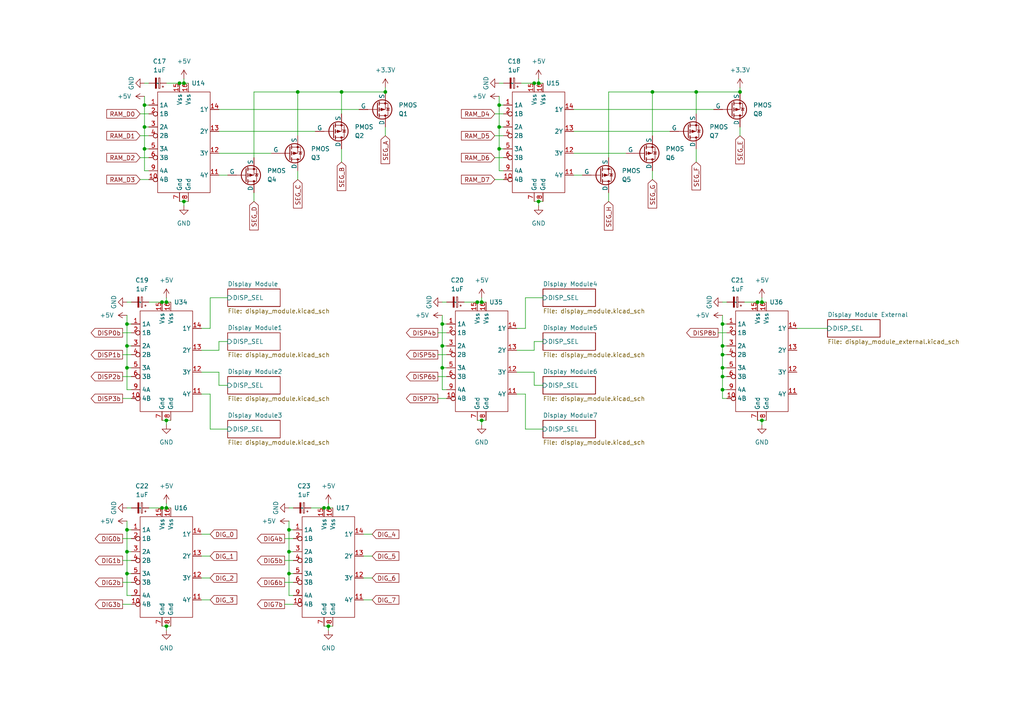
<source format=kicad_sch>
(kicad_sch (version 20231120) (generator "eeschema") (generator_version "8.0")
  (paper "A4")
  (lib_symbols
    (symbol "Custom_Library:MIC4469"
      (property "Reference" "U" (at 0 0 0))
      (symbol "MIC4469_0_1"
        (rectangle (start 0 -2.54) (end 15.24 -31.75))
      )
      (symbol "MIC4469_1_1"
        (pin input line (at -2.54 -6.35 0) (length 2.54) (name "1A") (number "1"))
        (pin input inverted (at -2.54 -27.94 0) (length 2.54) (name "4B") (number "10"))
        (pin output line (at 17.78 -26.67 180) (length 2.54) (name "4Y") (number "11"))
        (pin output line (at 17.78 -20.32 180) (length 2.54) (name "3Y") (number "12"))
        (pin output line (at 17.78 -13.97 180) (length 2.54) (name "2Y") (number "13"))
        (pin output line (at 17.78 -7.62 180) (length 2.54) (name "1Y") (number "14"))
        (pin power_in line (at 6.35 0 270) (length 2.54) (name "Vss") (number "15"))
        (pin power_in line (at 8.89 0 270) (length 2.54) (name "Vss") (number "16"))
        (pin input inverted (at -2.54 -8.89 0) (length 2.54) (name "1B") (number "2"))
        (pin input line (at -2.54 -12.7 0) (length 2.54) (name "2A") (number "3"))
        (pin input inverted (at -2.54 -15.24 0) (length 2.54) (name "2B") (number "4"))
        (pin input line (at -2.54 -19.05 0) (length 2.54) (name "3A") (number "5"))
        (pin input inverted (at -2.54 -21.59 0) (length 2.54) (name "3B") (number "6"))
        (pin power_in line (at 6.35 -34.29 90) (length 2.54) (name "Gnd") (number "7"))
        (pin power_in line (at 8.89 -34.29 90) (length 2.54) (name "Gnd") (number "8"))
        (pin input line (at -2.54 -25.4 0) (length 2.54) (name "4A") (number "9"))
      )
    )
    (symbol "Device:C_Polarized_Small" (pin_numbers hide) (pin_names (offset 0.254) hide)
      (property "Reference" "C" (at 0.254 1.778 0))
      (property "Value" "C_Polarized_Small" (at 0.254 -2.032 0))
      (symbol "C_Polarized_Small_0_1"
        (rectangle (start -1.524 -0.3048) (end 1.524 -0.6858) (fill (type outline)))
        (rectangle (start -1.524 0.6858) (end 1.524 0.3048))
        (polyline (pts (xy -1.27 1.524) (xy -0.762 1.524)))
        (polyline (pts (xy -1.016 1.27) (xy -1.016 1.778)))
      )
      (symbol "C_Polarized_Small_1_1"
        (pin passive line (at 0 2.54 270) (length 1.8542) (name "~") (number "1"))
        (pin passive line (at 0 -2.54 90) (length 1.8542) (name "~") (number "2"))
      )
    )
    (symbol "MIC4469_1"
      (property "Reference" "U" (at 0 0 0))
      (symbol "MIC4469_1_0_1"
        (rectangle (start 0 -2.54) (end 15.24 -31.75))
      )
      (symbol "MIC4469_1_1_1"
        (pin input line (at -2.54 -6.35 0) (length 2.54) (name "1A") (number "1"))
        (pin input inverted (at -2.54 -27.94 0) (length 2.54) (name "4B") (number "10"))
        (pin output line (at 17.78 -26.67 180) (length 2.54) (name "4Y") (number "11"))
        (pin output line (at 17.78 -20.32 180) (length 2.54) (name "3Y") (number "12"))
        (pin output line (at 17.78 -13.97 180) (length 2.54) (name "2Y") (number "13"))
        (pin output line (at 17.78 -7.62 180) (length 2.54) (name "1Y") (number "14"))
        (pin power_in line (at 6.35 0 270) (length 2.54) (name "Vss") (number "15"))
        (pin power_in line (at 8.89 0 270) (length 2.54) (name "Vss") (number "16"))
        (pin input inverted (at -2.54 -8.89 0) (length 2.54) (name "1B") (number "2"))
        (pin input line (at -2.54 -12.7 0) (length 2.54) (name "2A") (number "3"))
        (pin input inverted (at -2.54 -15.24 0) (length 2.54) (name "2B") (number "4"))
        (pin input line (at -2.54 -19.05 0) (length 2.54) (name "3A") (number "5"))
        (pin input inverted (at -2.54 -21.59 0) (length 2.54) (name "3B") (number "6"))
        (pin power_in line (at 6.35 -34.29 90) (length 2.54) (name "Gnd") (number "7"))
        (pin power_in line (at 8.89 -34.29 90) (length 2.54) (name "Gnd") (number "8"))
        (pin input line (at -2.54 -25.4 0) (length 2.54) (name "4A") (number "9"))
      )
    )
    (symbol "Simulation_SPICE:PMOS" (pin_numbers hide) (pin_names (offset 0))
      (property "Reference" "Q" (at 5.08 1.27 0))
      (property "Value" "PMOS" (at 5.08 -1.27 0))
      (symbol "PMOS_0_1"
        (polyline (pts (xy 0.254 0) (xy -2.54 0)))
        (polyline (pts (xy 0.254 1.905) (xy 0.254 -1.905)) (stroke (width 0.254)))
        (polyline (pts (xy 0.762 -1.27) (xy 0.762 -2.286)) (stroke (width 0.254)))
        (polyline (pts (xy 0.762 0.508) (xy 0.762 -0.508)) (stroke (width 0.254)))
        (polyline (pts (xy 0.762 2.286) (xy 0.762 1.27)) (stroke (width 0.254)))
        (polyline (pts (xy 2.54 2.54) (xy 2.54 1.778)))
        (polyline (pts (xy 2.54 -2.54) (xy 2.54 0) (xy 0.762 0)))
        (polyline (pts (xy 0.762 1.778) (xy 3.302 1.778) (xy 3.302 -1.778) (xy 0.762 -1.778)))
        (polyline (pts (xy 2.286 0) (xy 1.27 0.381) (xy 1.27 -0.381) (xy 2.286 0)) (fill (type outline)))
        (polyline (pts (xy 2.794 -0.508) (xy 2.921 -0.381) (xy 3.683 -0.381) (xy 3.81 -0.254)))
        (polyline (pts (xy 3.302 -0.381) (xy 2.921 0.254) (xy 3.683 0.254) (xy 3.302 -0.381)))
        (circle (center 1.651 0) (radius 2.794) (stroke (width 0.254)))
        (circle (center 2.54 -1.778) (radius 0.254) (fill (type outline)))
        (circle (center 2.54 1.778) (radius 0.254) (fill (type outline)))
      )
      (symbol "PMOS_1_1"
        (pin passive line (at 2.54 5.08 270) (length 2.54) (name "D") (number "1"))
        (pin input line (at -5.08 0 0) (length 2.54) (name "G") (number "2"))
        (pin passive line (at 2.54 -5.08 90) (length 2.54) (name "S") (number "3"))
      )
    )
    (symbol "power:+3.3V" (power) (pin_names (offset 0))
      (property "Value" "+3.3V" (at 0 3.556 0))
      (symbol "+3.3V_0_1"
        (polyline (pts (xy -0.762 1.27) (xy 0 2.54)))
        (polyline (pts (xy 0 0) (xy 0 2.54)))
        (polyline (pts (xy 0 2.54) (xy 0.762 1.27)))
      )
      (symbol "+3.3V_1_1"
        (pin power_in line (at 0 0 90) (length 0) hide (name "+3.3V") (number "1"))
      )
    )
    (symbol "power:+5V" (power) (pin_names (offset 0))
      (property "Value" "+5V" (at 0 3.556 0))
      (symbol "+5V_0_1"
        (polyline (pts (xy -0.762 1.27) (xy 0 2.54)))
        (polyline (pts (xy 0 0) (xy 0 2.54)))
        (polyline (pts (xy 0 2.54) (xy 0.762 1.27)))
      )
      (symbol "+5V_1_1"
        (pin power_in line (at 0 0 90) (length 0) hide (name "+5V") (number "1"))
      )
    )
    (symbol "power:GND" (power) (pin_names (offset 0))
      (property "Value" "GND" (at 0 -3.81 0))
      (symbol "GND_0_1"
        (polyline (pts (xy 0 0) (xy 0 -1.27) (xy 1.27 -1.27) (xy 0 -2.54) (xy -1.27 -1.27) (xy 0 -1.27)))
      )
      (symbol "GND_1_1"
        (pin power_in line (at 0 0 270) (length 0) hide (name "GND") (number "1"))
      )
    )
  )
  (junction (at 154.94 24.13))
  (junction (at 156.21 24.13))
  (junction (at 36.83 166.37))
  (junction (at 41.91 43.18))
  (junction (at 128.27 100.33))
  (junction (at 86.36 26.67))
  (junction (at 99.06 26.67))
  (junction (at 111.76 26.67))
  (junction (at 144.78 36.83))
  (junction (at 48.26 181.61))
  (junction (at 36.83 106.68))
  (junction (at 48.26 121.92))
  (junction (at 83.82 160.02))
  (junction (at 36.83 100.33))
  (junction (at 53.34 24.13))
  (junction (at 209.55 100.33))
  (junction (at 209.55 113.03))
  (junction (at 93.98 147.32))
  (junction (at 46.99 87.63))
  (junction (at 46.99 147.32))
  (junction (at 128.27 93.98))
  (junction (at 144.78 30.48))
  (junction (at 209.55 93.98))
  (junction (at 220.98 87.63))
  (junction (at 220.98 121.92))
  (junction (at 128.27 106.68))
  (junction (at 214.63 26.67))
  (junction (at 138.43 87.63))
  (junction (at 219.71 87.63))
  (junction (at 36.83 160.02))
  (junction (at 83.82 166.37))
  (junction (at 95.25 181.61))
  (junction (at 41.91 36.83))
  (junction (at 201.93 26.67))
  (junction (at 41.91 30.48))
  (junction (at 48.26 147.32))
  (junction (at 209.55 109.22))
  (junction (at 209.55 106.68))
  (junction (at 52.07 24.13))
  (junction (at 36.83 153.67))
  (junction (at 144.78 43.18))
  (junction (at 95.25 147.32))
  (junction (at 139.7 87.63))
  (junction (at 53.34 58.42))
  (junction (at 48.26 87.63))
  (junction (at 156.21 58.42))
  (junction (at 83.82 153.67))
  (junction (at 189.23 26.67))
  (junction (at 36.83 93.98))
  (junction (at 209.55 102.87))
  (junction (at 139.7 121.92))
  (wire (pts (xy 156.21 58.42) (xy 157.48 58.42)))
  (wire (pts (xy 95.25 146.05) (xy 95.25 147.32)))
  (wire (pts (xy 210.82 113.03) (xy 209.55 113.03)))
  (wire (pts (xy 201.93 26.67) (xy 201.93 33.02)))
  (wire (pts (xy 138.43 87.63) (xy 139.7 87.63)))
  (wire (pts (xy 83.82 153.67) (xy 83.82 160.02)))
  (wire (pts (xy 82.55 162.56) (xy 85.09 162.56)))
  (wire (pts (xy 36.83 160.02) (xy 36.83 166.37)))
  (wire (pts (xy 58.42 101.6) (xy 63.5 101.6)))
  (wire (pts (xy 85.09 172.72) (xy 83.82 172.72)))
  (wire (pts (xy 60.96 86.36) (xy 66.04 86.36)))
  (wire (pts (xy 60.96 95.25) (xy 58.42 95.25)))
  (wire (pts (xy 38.1 100.33) (xy 36.83 100.33)))
  (wire (pts (xy 111.76 26.67) (xy 99.06 26.67)))
  (wire (pts (xy 144.78 27.94) (xy 144.78 30.48)))
  (wire (pts (xy 154.94 101.6) (xy 154.94 99.06)))
  (wire (pts (xy 60.96 167.64) (xy 58.42 167.64)))
  (wire (pts (xy 85.09 153.67) (xy 83.82 153.67)))
  (wire (pts (xy 99.06 26.67) (xy 99.06 33.02)))
  (wire (pts (xy 139.7 123.19) (xy 139.7 121.92)))
  (wire (pts (xy 60.96 154.94) (xy 58.42 154.94)))
  (wire (pts (xy 99.06 26.67) (xy 86.36 26.67)))
  (wire (pts (xy 139.7 87.63) (xy 140.97 87.63)))
  (wire (pts (xy 78.74 44.45) (xy 63.5 44.45)))
  (wire (pts (xy 152.4 95.25) (xy 152.4 86.36)))
  (wire (pts (xy 220.98 121.92) (xy 222.25 121.92)))
  (wire (pts (xy 36.83 91.44) (xy 36.83 93.98)))
  (wire (pts (xy 99.06 46.99) (xy 99.06 43.18)))
  (wire (pts (xy 38.1 172.72) (xy 36.83 172.72)))
  (wire (pts (xy 95.25 182.88) (xy 95.25 181.61)))
  (wire (pts (xy 156.21 22.86) (xy 156.21 24.13)))
  (wire (pts (xy 93.98 181.61) (xy 95.25 181.61)))
  (wire (pts (xy 127 109.22) (xy 129.54 109.22)))
  (wire (pts (xy 144.78 49.53) (xy 144.78 43.18)))
  (wire (pts (xy 36.83 100.33) (xy 36.83 106.68)))
  (wire (pts (xy 52.07 58.42) (xy 53.34 58.42)))
  (wire (pts (xy 111.76 39.37) (xy 111.76 36.83)))
  (wire (pts (xy 209.55 106.68) (xy 209.55 109.22)))
  (wire (pts (xy 146.05 30.48) (xy 144.78 30.48)))
  (wire (pts (xy 215.9 87.63) (xy 219.71 87.63)))
  (wire (pts (xy 214.63 26.67) (xy 201.93 26.67)))
  (wire (pts (xy 152.4 114.3) (xy 152.4 124.46)))
  (wire (pts (xy 209.55 87.63) (xy 210.82 87.63)))
  (wire (pts (xy 41.91 36.83) (xy 41.91 43.18)))
  (wire (pts (xy 85.09 160.02) (xy 83.82 160.02)))
  (wire (pts (xy 209.55 91.44) (xy 209.55 93.98)))
  (wire (pts (xy 128.27 100.33) (xy 128.27 106.68)))
  (wire (pts (xy 111.76 25.4) (xy 111.76 26.67)))
  (wire (pts (xy 73.66 58.42) (xy 73.66 55.88)))
  (wire (pts (xy 127 96.52) (xy 129.54 96.52)))
  (wire (pts (xy 63.5 111.76) (xy 66.04 111.76)))
  (wire (pts (xy 139.7 86.36) (xy 139.7 87.63)))
  (wire (pts (xy 63.5 99.06) (xy 66.04 99.06)))
  (wire (pts (xy 36.83 106.68) (xy 36.83 113.03)))
  (wire (pts (xy 107.95 154.94) (xy 105.41 154.94)))
  (wire (pts (xy 210.82 100.33) (xy 209.55 100.33)))
  (wire (pts (xy 43.18 87.63) (xy 46.99 87.63)))
  (wire (pts (xy 46.99 181.61) (xy 48.26 181.61)))
  (wire (pts (xy 82.55 168.91) (xy 85.09 168.91)))
  (wire (pts (xy 58.42 173.99) (xy 60.96 173.99)))
  (wire (pts (xy 90.17 147.32) (xy 93.98 147.32)))
  (wire (pts (xy 85.09 166.37) (xy 83.82 166.37)))
  (wire (pts (xy 36.83 153.67) (xy 36.83 160.02)))
  (wire (pts (xy 41.91 30.48) (xy 41.91 36.83)))
  (wire (pts (xy 91.44 38.1) (xy 63.5 38.1)))
  (wire (pts (xy 127 115.57) (xy 129.54 115.57)))
  (wire (pts (xy 152.4 124.46) (xy 157.48 124.46)))
  (wire (pts (xy 36.83 166.37) (xy 36.83 172.72)))
  (wire (pts (xy 58.42 107.95) (xy 63.5 107.95)))
  (wire (pts (xy 128.27 93.98) (xy 128.27 100.33)))
  (wire (pts (xy 208.28 96.52) (xy 210.82 96.52)))
  (wire (pts (xy 66.04 50.8) (xy 63.5 50.8)))
  (wire (pts (xy 104.14 31.75) (xy 63.5 31.75)))
  (wire (pts (xy 83.82 147.32) (xy 85.09 147.32)))
  (wire (pts (xy 83.82 166.37) (xy 83.82 172.72)))
  (wire (pts (xy 93.98 147.32) (xy 95.25 147.32)))
  (wire (pts (xy 86.36 26.67) (xy 86.36 39.37)))
  (wire (pts (xy 176.53 26.67) (xy 189.23 26.67)))
  (wire (pts (xy 35.56 96.52) (xy 38.1 96.52)))
  (wire (pts (xy 60.96 161.29) (xy 58.42 161.29)))
  (wire (pts (xy 152.4 95.25) (xy 149.86 95.25)))
  (wire (pts (xy 46.99 121.92) (xy 48.26 121.92)))
  (wire (pts (xy 129.54 100.33) (xy 128.27 100.33)))
  (wire (pts (xy 176.53 45.72) (xy 176.53 26.67)))
  (wire (pts (xy 210.82 93.98) (xy 209.55 93.98)))
  (wire (pts (xy 176.53 58.42) (xy 176.53 55.88)))
  (wire (pts (xy 48.26 86.36) (xy 48.26 87.63)))
  (wire (pts (xy 38.1 106.68) (xy 36.83 106.68)))
  (wire (pts (xy 107.95 173.99) (xy 105.41 173.99)))
  (wire (pts (xy 95.25 181.61) (xy 96.52 181.61)))
  (wire (pts (xy 63.5 107.95) (xy 63.5 111.76)))
  (wire (pts (xy 144.78 36.83) (xy 144.78 30.48)))
  (wire (pts (xy 35.56 168.91) (xy 38.1 168.91)))
  (wire (pts (xy 220.98 87.63) (xy 222.25 87.63)))
  (wire (pts (xy 43.18 36.83) (xy 41.91 36.83)))
  (wire (pts (xy 73.66 45.72) (xy 73.66 26.67)))
  (wire (pts (xy 152.4 114.3) (xy 149.86 114.3)))
  (wire (pts (xy 210.82 106.68) (xy 209.55 106.68)))
  (wire (pts (xy 48.26 182.88) (xy 48.26 181.61)))
  (wire (pts (xy 35.56 162.56) (xy 38.1 162.56)))
  (wire (pts (xy 219.71 87.63) (xy 220.98 87.63)))
  (wire (pts (xy 152.4 86.36) (xy 157.48 86.36)))
  (wire (pts (xy 209.55 102.87) (xy 210.82 102.87)))
  (wire (pts (xy 46.99 87.63) (xy 48.26 87.63)))
  (wire (pts (xy 181.61 44.45) (xy 166.37 44.45)))
  (wire (pts (xy 53.34 59.69) (xy 53.34 58.42)))
  (wire (pts (xy 38.1 160.02) (xy 36.83 160.02)))
  (wire (pts (xy 82.55 156.21) (xy 85.09 156.21)))
  (wire (pts (xy 154.94 99.06) (xy 157.48 99.06)))
  (wire (pts (xy 38.1 166.37) (xy 36.83 166.37)))
  (wire (pts (xy 143.51 39.37) (xy 146.05 39.37)))
  (wire (pts (xy 43.18 147.32) (xy 46.99 147.32)))
  (wire (pts (xy 41.91 43.18) (xy 41.91 49.53)))
  (wire (pts (xy 48.26 24.13) (xy 52.07 24.13)))
  (wire (pts (xy 35.56 115.57) (xy 38.1 115.57)))
  (wire (pts (xy 240.03 95.25) (xy 231.14 95.25)))
  (wire (pts (xy 220.98 123.19) (xy 220.98 121.92)))
  (wire (pts (xy 209.55 100.33) (xy 209.55 102.87)))
  (wire (pts (xy 146.05 36.83) (xy 144.78 36.83)))
  (wire (pts (xy 143.51 33.02) (xy 146.05 33.02)))
  (wire (pts (xy 156.21 59.69) (xy 156.21 58.42)))
  (wire (pts (xy 189.23 26.67) (xy 189.23 39.37)))
  (wire (pts (xy 214.63 39.37) (xy 214.63 36.83)))
  (wire (pts (xy 41.91 27.94) (xy 41.91 30.48)))
  (wire (pts (xy 209.55 109.22) (xy 209.55 113.03)))
  (wire (pts (xy 38.1 93.98) (xy 36.83 93.98)))
  (wire (pts (xy 53.34 24.13) (xy 54.61 24.13)))
  (wire (pts (xy 134.62 87.63) (xy 138.43 87.63)))
  (wire (pts (xy 209.55 115.57) (xy 210.82 115.57)))
  (wire (pts (xy 209.55 113.03) (xy 209.55 115.57)))
  (wire (pts (xy 86.36 52.07) (xy 86.36 49.53)))
  (wire (pts (xy 144.78 24.13) (xy 146.05 24.13)))
  (wire (pts (xy 143.51 52.07) (xy 146.05 52.07)))
  (wire (pts (xy 48.26 147.32) (xy 49.53 147.32)))
  (wire (pts (xy 63.5 101.6) (xy 63.5 99.06)))
  (wire (pts (xy 48.26 181.61) (xy 49.53 181.61)))
  (wire (pts (xy 129.54 93.98) (xy 128.27 93.98)))
  (wire (pts (xy 107.95 161.29) (xy 105.41 161.29)))
  (wire (pts (xy 38.1 113.03) (xy 36.83 113.03)))
  (wire (pts (xy 48.26 146.05) (xy 48.26 147.32)))
  (wire (pts (xy 48.26 123.19) (xy 48.26 121.92)))
  (wire (pts (xy 60.96 114.3) (xy 60.96 124.46)))
  (wire (pts (xy 146.05 43.18) (xy 144.78 43.18)))
  (wire (pts (xy 35.56 156.21) (xy 38.1 156.21)))
  (wire (pts (xy 139.7 121.92) (xy 140.97 121.92)))
  (wire (pts (xy 40.64 39.37) (xy 43.18 39.37)))
  (wire (pts (xy 220.98 86.36) (xy 220.98 87.63)))
  (wire (pts (xy 43.18 49.53) (xy 41.91 49.53)))
  (wire (pts (xy 189.23 52.07) (xy 189.23 49.53)))
  (wire (pts (xy 35.56 109.22) (xy 38.1 109.22)))
  (wire (pts (xy 209.55 102.87) (xy 209.55 106.68)))
  (wire (pts (xy 83.82 160.02) (xy 83.82 166.37)))
  (wire (pts (xy 209.55 93.98) (xy 209.55 100.33)))
  (wire (pts (xy 128.27 106.68) (xy 128.27 113.03)))
  (wire (pts (xy 46.99 147.32) (xy 48.26 147.32)))
  (wire (pts (xy 168.91 50.8) (xy 166.37 50.8)))
  (wire (pts (xy 41.91 24.13) (xy 43.18 24.13)))
  (wire (pts (xy 129.54 106.68) (xy 128.27 106.68)))
  (wire (pts (xy 73.66 26.67) (xy 86.36 26.67)))
  (wire (pts (xy 48.26 87.63) (xy 49.53 87.63)))
  (wire (pts (xy 36.83 147.32) (xy 38.1 147.32)))
  (wire (pts (xy 60.96 95.25) (xy 60.96 86.36)))
  (wire (pts (xy 209.55 109.22) (xy 210.82 109.22)))
  (wire (pts (xy 207.01 31.75) (xy 166.37 31.75)))
  (wire (pts (xy 35.56 175.26) (xy 38.1 175.26)))
  (wire (pts (xy 149.86 101.6) (xy 154.94 101.6)))
  (wire (pts (xy 154.94 111.76) (xy 157.48 111.76)))
  (wire (pts (xy 146.05 49.53) (xy 144.78 49.53)))
  (wire (pts (xy 201.93 26.67) (xy 189.23 26.67)))
  (wire (pts (xy 129.54 113.03) (xy 128.27 113.03)))
  (wire (pts (xy 107.95 167.64) (xy 105.41 167.64)))
  (wire (pts (xy 52.07 24.13) (xy 53.34 24.13)))
  (wire (pts (xy 40.64 52.07) (xy 43.18 52.07)))
  (wire (pts (xy 58.42 114.3) (xy 60.96 114.3)))
  (wire (pts (xy 60.96 124.46) (xy 66.04 124.46)))
  (wire (pts (xy 82.55 175.26) (xy 85.09 175.26)))
  (wire (pts (xy 40.64 45.72) (xy 43.18 45.72)))
  (wire (pts (xy 219.71 121.92) (xy 220.98 121.92)))
  (wire (pts (xy 144.78 43.18) (xy 144.78 36.83)))
  (wire (pts (xy 40.64 33.02) (xy 43.18 33.02)))
  (wire (pts (xy 36.83 93.98) (xy 36.83 100.33)))
  (wire (pts (xy 151.13 24.13) (xy 154.94 24.13)))
  (wire (pts (xy 214.63 25.4) (xy 214.63 26.67)))
  (wire (pts (xy 154.94 24.13) (xy 156.21 24.13)))
  (wire (pts (xy 95.25 147.32) (xy 96.52 147.32)))
  (wire (pts (xy 53.34 58.42) (xy 54.61 58.42)))
  (wire (pts (xy 43.18 30.48) (xy 41.91 30.48)))
  (wire (pts (xy 138.43 121.92) (xy 139.7 121.92)))
  (wire (pts (xy 194.31 38.1) (xy 166.37 38.1)))
  (wire (pts (xy 149.86 107.95) (xy 154.94 107.95)))
  (wire (pts (xy 154.94 58.42) (xy 156.21 58.42)))
  (wire (pts (xy 127 102.87) (xy 129.54 102.87)))
  (wire (pts (xy 38.1 153.67) (xy 36.83 153.67)))
  (wire (pts (xy 128.27 87.63) (xy 129.54 87.63)))
  (wire (pts (xy 83.82 151.13) (xy 83.82 153.67)))
  (wire (pts (xy 36.83 151.13) (xy 36.83 153.67)))
  (wire (pts (xy 53.34 22.86) (xy 53.34 24.13)))
  (wire (pts (xy 143.51 45.72) (xy 146.05 45.72)))
  (wire (pts (xy 48.26 121.92) (xy 49.53 121.92)))
  (wire (pts (xy 43.18 43.18) (xy 41.91 43.18)))
  (wire (pts (xy 128.27 91.44) (xy 128.27 93.98)))
  (wire (pts (xy 201.93 46.99) (xy 201.93 43.18)))
  (wire (pts (xy 35.56 102.87) (xy 38.1 102.87)))
  (wire (pts (xy 156.21 24.13) (xy 157.48 24.13)))
  (wire (pts (xy 154.94 107.95) (xy 154.94 111.76)))
  (wire (pts (xy 36.83 87.63) (xy 38.1 87.63)))
  (global_label "DISP2b" (shape output) (at 35.56 109.22 180) (property "Intersheetrefs" "${INTERSHEET_REFS}" (effects (hide yes))))
  (global_label "SEG_A" (shape input) (at 111.76 39.37 270) (property "Intersheetrefs" "${INTERSHEET_REFS}" (effects (hide yes))))
  (global_label "DISP4b" (shape output) (at 127 96.52 180) (property "Intersheetrefs" "${INTERSHEET_REFS}" (effects (hide yes))))
  (global_label "DIG1b" (shape output) (at 35.56 162.56 180) (property "Intersheetrefs" "${INTERSHEET_REFS}" (effects (hide yes))))
  (global_label "DIG_6" (shape input) (at 107.95 167.64 0) (property "Intersheetrefs" "${INTERSHEET_REFS}" (effects (hide yes))))
  (global_label "DIG_4" (shape input) (at 107.95 154.94 0) (property "Intersheetrefs" "${INTERSHEET_REFS}" (effects (hide yes))))
  (global_label "RAM_D5" (shape input) (at 143.51 39.37 180) (property "Intersheetrefs" "${INTERSHEET_REFS}" (effects (hide yes))))
  (global_label "DIG_1" (shape input) (at 60.96 161.29 0) (property "Intersheetrefs" "${INTERSHEET_REFS}" (effects (hide yes))))
  (global_label "DIG_7" (shape input) (at 107.95 173.99 0) (property "Intersheetrefs" "${INTERSHEET_REFS}" (effects (hide yes))))
  (global_label "RAM_D6" (shape input) (at 143.51 45.72 180) (property "Intersheetrefs" "${INTERSHEET_REFS}" (effects (hide yes))))
  (global_label "DISP7b" (shape output) (at 127 115.57 180) (property "Intersheetrefs" "${INTERSHEET_REFS}" (effects (hide yes))))
  (global_label "DIG6b" (shape output) (at 82.55 168.91 180) (property "Intersheetrefs" "${INTERSHEET_REFS}" (effects (hide yes))))
  (global_label "DIG5b" (shape output) (at 82.55 162.56 180) (property "Intersheetrefs" "${INTERSHEET_REFS}" (effects (hide yes))))
  (global_label "DISP5b" (shape output) (at 127 102.87 180) (property "Intersheetrefs" "${INTERSHEET_REFS}" (effects (hide yes))))
  (global_label "DISP0b" (shape output) (at 35.56 96.52 180) (property "Intersheetrefs" "${INTERSHEET_REFS}" (effects (hide yes))))
  (global_label "SEG_F" (shape input) (at 201.93 46.99 270) (property "Intersheetrefs" "${INTERSHEET_REFS}" (effects (hide yes))))
  (global_label "RAM_D0" (shape input) (at 40.64 33.02 180) (property "Intersheetrefs" "${INTERSHEET_REFS}" (effects (hide yes))))
  (global_label "RAM_D4" (shape input) (at 143.51 33.02 180) (property "Intersheetrefs" "${INTERSHEET_REFS}" (effects (hide yes))))
  (global_label "SEG_G" (shape input) (at 189.23 52.07 270) (property "Intersheetrefs" "${INTERSHEET_REFS}" (effects (hide yes))))
  (global_label "DISP1b" (shape output) (at 35.56 102.87 180) (property "Intersheetrefs" "${INTERSHEET_REFS}" (effects (hide yes))))
  (global_label "DIG4b" (shape output) (at 82.55 156.21 180) (property "Intersheetrefs" "${INTERSHEET_REFS}" (effects (hide yes))))
  (global_label "SEG_D" (shape input) (at 73.66 58.42 270) (property "Intersheetrefs" "${INTERSHEET_REFS}" (effects (hide yes))))
  (global_label "DIG7b" (shape output) (at 82.55 175.26 180) (property "Intersheetrefs" "${INTERSHEET_REFS}" (effects (hide yes))))
  (global_label "SEG_E" (shape input) (at 214.63 39.37 270) (property "Intersheetrefs" "${INTERSHEET_REFS}" (effects (hide yes))))
  (global_label "DIG_5" (shape input) (at 107.95 161.29 0) (property "Intersheetrefs" "${INTERSHEET_REFS}" (effects (hide yes))))
  (global_label "DIG_2" (shape input) (at 60.96 167.64 0) (property "Intersheetrefs" "${INTERSHEET_REFS}" (effects (hide yes))))
  (global_label "DISP3b" (shape output) (at 35.56 115.57 180) (property "Intersheetrefs" "${INTERSHEET_REFS}" (effects (hide yes))))
  (global_label "DIG3b" (shape output) (at 35.56 175.26 180) (property "Intersheetrefs" "${INTERSHEET_REFS}" (effects (hide yes))))
  (global_label "RAM_D1" (shape input) (at 40.64 39.37 180) (property "Intersheetrefs" "${INTERSHEET_REFS}" (effects (hide yes))))
  (global_label "DIG_0" (shape input) (at 60.96 154.94 0) (property "Intersheetrefs" "${INTERSHEET_REFS}" (effects (hide yes))))
  (global_label "SEG_C" (shape input) (at 86.36 52.07 270) (property "Intersheetrefs" "${INTERSHEET_REFS}" (effects (hide yes))))
  (global_label "DIG_3" (shape input) (at 60.96 173.99 0) (property "Intersheetrefs" "${INTERSHEET_REFS}" (effects (hide yes))))
  (global_label "SEG_B" (shape input) (at 99.06 46.99 270) (property "Intersheetrefs" "${INTERSHEET_REFS}" (effects (hide yes))))
  (global_label "RAM_D2" (shape input) (at 40.64 45.72 180) (property "Intersheetrefs" "${INTERSHEET_REFS}" (effects (hide yes))))
  (global_label "RAM_D7" (shape input) (at 143.51 52.07 180) (property "Intersheetrefs" "${INTERSHEET_REFS}" (effects (hide yes))))
  (global_label "DISP8b" (shape output) (at 208.28 96.52 180) (property "Intersheetrefs" "${INTERSHEET_REFS}" (effects (hide yes))))
  (global_label "SEG_H" (shape input) (at 176.53 58.42 270) (property "Intersheetrefs" "${INTERSHEET_REFS}" (effects (hide yes))))
  (global_label "RAM_D3" (shape input) (at 40.64 52.07 180) (property "Intersheetrefs" "${INTERSHEET_REFS}" (effects (hide yes))))
  (global_label "DIG2b" (shape output) (at 35.56 168.91 180) (property "Intersheetrefs" "${INTERSHEET_REFS}" (effects (hide yes))))
  (global_label "DIG0b" (shape output) (at 35.56 156.21 180) (property "Intersheetrefs" "${INTERSHEET_REFS}" (effects (hide yes))))
  (global_label "DISP6b" (shape output) (at 127 109.22 180) (property "Intersheetrefs" "${INTERSHEET_REFS}" (effects (hide yes))))
  (symbol (lib_id "power:+3.3V") (at 214.63 25.4 0) (unit 1)
    (property "Reference" "#PWR039" (effects (hide yes)))
    (property "Value" "+3.3V" (at 214.63 20.32 0))
  )
  (symbol (lib_id "Device:C_Polarized_Small") (at 132.08 87.63 270) (mirror x) (unit 1)
    (property "Reference" "C20" (at 132.6261 81.28 90))
    (property "Value" "1uF" (at 132.6261 83.82 90))
    (property "Footprint" "Capacitor_SMD:C_1206_3216Metric" (effects (hide yes)))
  )
  (symbol (lib_id "Custom_Library:MIC4469") (at 40.64 87.63 0) (unit 1)
    (property "Reference" "U34" (at 50.4541 87.63 0) (effects (justify left)))
    (property "Value" "~" (at 40.64 87.63 0))
    (property "Footprint" "Package_SO:SOIC-16W_7.5x10.3mm_P1.27mm" (effects (hide yes)))
  )
  (symbol (lib_id "Custom_Library:MIC4469") (at 87.63 147.32 0) (unit 1)
    (property "Reference" "U17" (at 97.4441 147.32 0) (effects (justify left)))
    (property "Value" "~" (at 87.63 147.32 0))
    (property "Footprint" "Package_SO:SOIC-16W_7.5x10.3mm_P1.27mm" (effects (hide yes)))
  )
  (symbol (lib_id "power:GND") (at 95.25 182.88 0) (unit 1)
    (property "Reference" "#PWR048" (effects (hide yes)))
    (property "Value" "GND" (at 95.25 187.96 0))
  )
  (symbol (lib_id "power:+5V") (at 128.27 91.44 90) (unit 1)
    (property "Reference" "#PWR060" (effects (hide yes)))
    (property "Value" "+5V" (at 124.46 91.44 90) (effects (justify left)))
  )
  (symbol (lib_id "Custom_Library:MIC4469") (at 40.64 147.32 0) (unit 1)
    (property "Reference" "U16" (at 50.4541 147.32 0) (effects (justify left)))
    (property "Value" "~" (at 40.64 147.32 0))
    (property "Footprint" "Package_SO:SOIC-16W_7.5x10.3mm_P1.27mm" (effects (hide yes)))
  )
  (symbol (lib_id "power:GND") (at 139.7 123.19 0) (unit 1)
    (property "Reference" "#PWR062" (effects (hide yes)))
    (property "Value" "GND" (at 139.7 128.27 0))
  )
  (symbol (lib_id "Custom_Library:MIC4469") (at 213.36 87.63 0) (unit 1)
    (property "Reference" "U36" (at 223.1741 87.63 0) (effects (justify left)))
    (property "Value" "~" (at 213.36 87.63 0))
    (property "Footprint" "Package_SO:SOIC-16W_7.5x10.3mm_P1.27mm" (effects (hide yes)))
  )
  (symbol (lib_id "Device:C_Polarized_Small") (at 40.64 87.63 270) (mirror x) (unit 1)
    (property "Reference" "C19" (at 41.1861 81.28 90))
    (property "Value" "1uF" (at 41.1861 83.82 90))
    (property "Footprint" "Capacitor_SMD:C_1206_3216Metric" (effects (hide yes)))
  )
  (symbol (lib_id "Device:C_Polarized_Small") (at 213.36 87.63 270) (mirror x) (unit 1)
    (property "Reference" "C21" (at 213.9061 81.28 90))
    (property "Value" "1uF" (at 213.9061 83.82 90))
    (property "Footprint" "Capacitor_SMD:C_1206_3216Metric" (effects (hide yes)))
  )
  (symbol (lib_id "power:+5V") (at 36.83 151.13 90) (unit 1)
    (property "Reference" "#PWR043" (effects (hide yes)))
    (property "Value" "+5V" (at 33.02 151.13 90) (effects (justify left)))
  )
  (symbol (lib_id "power:GND") (at 144.78 24.13 270) (mirror x) (unit 1)
    (property "Reference" "#PWR079" (effects (hide yes)))
    (property "Value" "GND" (at 140.97 24.13 0))
  )
  (symbol (lib_id "power:+5V") (at 48.26 86.36 0) (unit 1)
    (property "Reference" "#PWR058" (effects (hide yes)))
    (property "Value" "+5V" (at 48.26 81.28 0))
  )
  (symbol (lib_id "power:+5V") (at 139.7 86.36 0) (unit 1)
    (property "Reference" "#PWR061" (effects (hide yes)))
    (property "Value" "+5V" (at 139.7 81.28 0))
  )
  (symbol (lib_id "power:GND") (at 41.91 24.13 270) (mirror x) (unit 1)
    (property "Reference" "#PWR078" (effects (hide yes)))
    (property "Value" "GND" (at 38.1 24.13 0))
  )
  (symbol (lib_id "power:GND") (at 36.83 87.63 270) (mirror x) (unit 1)
    (property "Reference" "#PWR080" (effects (hide yes)))
    (property "Value" "GND" (at 33.02 87.63 0))
  )
  (symbol (lib_id "Simulation_SPICE:PMOS") (at 83.82 44.45 0) (mirror x) (unit 1)
    (property "Reference" "Q3" (at 90.17 45.72 0) (effects (justify left)))
    (property "Value" "PMOS" (at 90.17 43.18 0) (effects (justify left)))
    (property "Footprint" "Custom_Library:SOT-23P" (effects (hide yes)))
    (property "Datasheet" "https://ngspice.sourceforge.io/docs/ngspice-manual.pdf" (effects (hide yes)))
    (property "Sim.Device" "PMOS" (effects (hide yes)))
    (property "Sim.Type" "VDMOS" (effects (hide yes)))
    (property "Sim.Pins" "1=D 2=G 3=S" (effects (hide yes)))
  )
  (symbol (lib_id "power:+5V") (at 209.55 91.44 90) (unit 1)
    (property "Reference" "#PWR063" (effects (hide yes)))
    (property "Value" "+5V" (at 205.74 91.44 90) (effects (justify left)))
  )
  (symbol (lib_id "Simulation_SPICE:PMOS") (at 173.99 50.8 0) (mirror x) (unit 1)
    (property "Reference" "Q5" (at 180.34 52.07 0) (effects (justify left)))
    (property "Value" "PMOS" (at 180.34 49.53 0) (effects (justify left)))
    (property "Footprint" "Custom_Library:SOT-23P" (effects (hide yes)))
    (property "Datasheet" "https://ngspice.sourceforge.io/docs/ngspice-manual.pdf" (effects (hide yes)))
    (property "Sim.Device" "PMOS" (effects (hide yes)))
    (property "Sim.Type" "VDMOS" (effects (hide yes)))
    (property "Sim.Pins" "1=D 2=G 3=S" (effects (hide yes)))
  )
  (symbol (lib_id "Custom_Library:MIC4469") (at 148.59 24.13 0) (unit 1)
    (property "Reference" "U15" (at 158.4041 24.13 0) (effects (justify left)))
    (property "Value" "~" (at 148.59 24.13 0))
    (property "Footprint" "Package_SO:SOIC-16W_7.5x10.3mm_P1.27mm" (effects (hide yes)))
  )
  (symbol (lib_id "power:+5V") (at 220.98 86.36 0) (unit 1)
    (property "Reference" "#PWR064" (effects (hide yes)))
    (property "Value" "+5V" (at 220.98 81.28 0))
  )
  (symbol (lib_id "power:+5V") (at 48.26 146.05 0) (unit 1)
    (property "Reference" "#PWR044" (effects (hide yes)))
    (property "Value" "+5V" (at 48.26 140.97 0))
  )
  (symbol (lib_id "Device:C_Polarized_Small") (at 40.64 147.32 270) (mirror x) (unit 1)
    (property "Reference" "C22" (at 41.1861 140.97 90))
    (property "Value" "1uF" (at 41.1861 143.51 90))
    (property "Footprint" "Capacitor_SMD:C_1206_3216Metric" (effects (hide yes)))
  )
  (symbol (lib_id "power:GND") (at 48.26 123.19 0) (unit 1)
    (property "Reference" "#PWR059" (effects (hide yes)))
    (property "Value" "GND" (at 48.26 128.27 0))
  )
  (symbol (lib_id "Simulation_SPICE:PMOS") (at 199.39 38.1 0) (mirror x) (unit 1)
    (property "Reference" "Q7" (at 205.74 39.37 0) (effects (justify left)))
    (property "Value" "PMOS" (at 205.74 36.83 0) (effects (justify left)))
    (property "Footprint" "Custom_Library:SOT-23P" (effects (hide yes)))
    (property "Datasheet" "https://ngspice.sourceforge.io/docs/ngspice-manual.pdf" (effects (hide yes)))
    (property "Sim.Device" "PMOS" (effects (hide yes)))
    (property "Sim.Type" "VDMOS" (effects (hide yes)))
    (property "Sim.Pins" "1=D 2=G 3=S" (effects (hide yes)))
  )
  (symbol (lib_id "power:GND") (at 83.82 147.32 270) (mirror x) (unit 1)
    (property "Reference" "#PWR084" (effects (hide yes)))
    (property "Value" "GND" (at 80.01 147.32 0))
  )
  (symbol (lib_id "power:GND") (at 209.55 87.63 270) (mirror x) (unit 1)
    (property "Reference" "#PWR082" (effects (hide yes)))
    (property "Value" "GND" (at 205.74 87.63 0))
  )
  (symbol (lib_id "power:+5V") (at 36.83 91.44 90) (unit 1)
    (property "Reference" "#PWR057" (effects (hide yes)))
    (property "Value" "+5V" (at 33.02 91.44 90) (effects (justify left)))
  )
  (symbol (lib_id "power:+5V") (at 41.91 27.94 90) (unit 1)
    (property "Reference" "#PWR040" (effects (hide yes)))
    (property "Value" "+5V" (at 38.1 27.94 90) (effects (justify left)))
  )
  (symbol (lib_id "power:GND") (at 156.21 59.69 0) (unit 1)
    (property "Reference" "#PWR038" (effects (hide yes)))
    (property "Value" "GND" (at 156.21 64.77 0))
  )
  (symbol (lib_id "Device:C_Polarized_Small") (at 45.72 24.13 270) (mirror x) (unit 1)
    (property "Reference" "C17" (at 46.2661 17.78 90))
    (property "Value" "1uF" (at 46.2661 20.32 90))
    (property "Footprint" "Capacitor_SMD:C_1206_3216Metric" (effects (hide yes)))
  )
  (symbol (lib_id "power:+5V") (at 53.34 22.86 0) (unit 1)
    (property "Reference" "#PWR032" (effects (hide yes)))
    (property "Value" "+5V" (at 53.34 17.78 0))
  )
  (symbol (lib_id "power:GND") (at 53.34 59.69 0) (unit 1)
    (property "Reference" "#PWR035" (effects (hide yes)))
    (property "Value" "GND" (at 53.34 64.77 0))
  )
  (symbol (lib_id "power:GND") (at 220.98 123.19 0) (unit 1)
    (property "Reference" "#PWR065" (effects (hide yes)))
    (property "Value" "GND" (at 220.98 128.27 0))
  )
  (symbol (lib_id "power:+5V") (at 83.82 151.13 90) (unit 1)
    (property "Reference" "#PWR046" (effects (hide yes)))
    (property "Value" "+5V" (at 80.01 151.13 90) (effects (justify left)))
  )
  (symbol (lib_id "power:+5V") (at 144.78 27.94 90) (unit 1)
    (property "Reference" "#PWR041" (effects (hide yes)))
    (property "Value" "+5V" (at 140.97 27.94 90) (effects (justify left)))
  )
  (symbol (lib_id "Custom_Library:MIC4469") (at 132.08 87.63 0) (unit 1)
    (property "Reference" "U35" (at 141.8941 87.63 0) (effects (justify left)))
    (property "Value" "~" (at 132.08 87.63 0))
    (property "Footprint" "Package_SO:SOIC-16W_7.5x10.3mm_P1.27mm" (effects (hide yes)))
  )
  (symbol (lib_id "Simulation_SPICE:PMOS") (at 71.12 50.8 0) (mirror x) (unit 1)
    (property "Reference" "Q4" (at 77.47 52.07 0) (effects (justify left)))
    (property "Value" "PMOS" (at 77.47 49.53 0) (effects (justify left)))
    (property "Footprint" "Custom_Library:SOT-23P" (effects (hide yes)))
    (property "Datasheet" "https://ngspice.sourceforge.io/docs/ngspice-manual.pdf" (effects (hide yes)))
    (property "Sim.Device" "PMOS" (effects (hide yes)))
    (property "Sim.Type" "VDMOS" (effects (hide yes)))
    (property "Sim.Pins" "1=D 2=G 3=S" (effects (hide yes)))
  )
  (symbol (lib_id "Device:C_Polarized_Small") (at 87.63 147.32 270) (mirror x) (unit 1)
    (property "Reference" "C23" (at 88.1761 140.97 90))
    (property "Value" "1uF" (at 88.1761 143.51 90))
    (property "Footprint" "Capacitor_SMD:C_1206_3216Metric" (effects (hide yes)))
  )
  (symbol (lib_id "Simulation_SPICE:PMOS") (at 96.52 38.1 0) (mirror x) (unit 1)
    (property "Reference" "Q2" (at 102.87 39.37 0) (effects (justify left)))
    (property "Value" "PMOS" (at 102.87 36.83 0) (effects (justify left)))
    (property "Footprint" "Custom_Library:SOT-23P" (effects (hide yes)))
    (property "Datasheet" "https://ngspice.sourceforge.io/docs/ngspice-manual.pdf" (effects (hide yes)))
    (property "Sim.Device" "PMOS" (effects (hide yes)))
    (property "Sim.Type" "VDMOS" (effects (hide yes)))
    (property "Sim.Pins" "1=D 2=G 3=S" (effects (hide yes)))
  )
  (symbol (lib_name "MIC4469_1") (lib_id "Custom_Library:MIC4469") (at 45.72 24.13 0) (unit 1)
    (property "Reference" "U14" (at 55.5341 24.13 0) (effects (justify left)))
    (property "Value" "~" (at 45.72 24.13 0))
    (property "Footprint" "Package_SO:SOIC-16W_7.5x10.3mm_P1.27mm" (effects (hide yes)))
  )
  (symbol (lib_id "power:+5V") (at 156.21 22.86 0) (unit 1)
    (property "Reference" "#PWR037" (effects (hide yes)))
    (property "Value" "+5V" (at 156.21 17.78 0))
  )
  (symbol (lib_id "power:+3.3V") (at 111.76 25.4 0) (unit 1)
    (property "Reference" "#PWR036" (effects (hide yes)))
    (property "Value" "+3.3V" (at 111.76 20.32 0))
  )
  (symbol (lib_id "Device:C_Polarized_Small") (at 148.59 24.13 270) (mirror x) (unit 1)
    (property "Reference" "C18" (at 149.1361 17.78 90))
    (property "Value" "1uF" (at 149.1361 20.32 90))
    (property "Footprint" "Capacitor_SMD:C_1206_3216Metric" (effects (hide yes)))
  )
  (symbol (lib_id "Simulation_SPICE:PMOS") (at 186.69 44.45 0) (mirror x) (unit 1)
    (property "Reference" "Q6" (at 193.04 45.72 0) (effects (justify left)))
    (property "Value" "PMOS" (at 193.04 43.18 0) (effects (justify left)))
    (property "Footprint" "Custom_Library:SOT-23P" (effects (hide yes)))
    (property "Datasheet" "https://ngspice.sourceforge.io/docs/ngspice-manual.pdf" (effects (hide yes)))
    (property "Sim.Device" "PMOS" (effects (hide yes)))
    (property "Sim.Type" "VDMOS" (effects (hide yes)))
    (property "Sim.Pins" "1=D 2=G 3=S" (effects (hide yes)))
  )
  (symbol (lib_id "power:GND") (at 48.26 182.88 0) (unit 1)
    (property "Reference" "#PWR045" (effects (hide yes)))
    (property "Value" "GND" (at 48.26 187.96 0))
  )
  (symbol (lib_id "power:GND") (at 36.83 147.32 270) (mirror x) (unit 1)
    (property "Reference" "#PWR083" (effects (hide yes)))
    (property "Value" "GND" (at 33.02 147.32 0))
  )
  (symbol (lib_id "Simulation_SPICE:PMOS") (at 109.22 31.75 0) (mirror x) (unit 1)
    (property "Reference" "Q1" (at 115.57 33.02 0) (effects (justify left)))
    (property "Value" "PMOS" (at 115.57 30.48 0) (effects (justify left)))
    (property "Footprint" "Custom_Library:SOT-23P" (effects (hide yes)))
    (property "Datasheet" "https://ngspice.sourceforge.io/docs/ngspice-manual.pdf" (effects (hide yes)))
    (property "Sim.Device" "PMOS" (effects (hide yes)))
    (property "Sim.Type" "VDMOS" (effects (hide yes)))
    (property "Sim.Pins" "1=D 2=G 3=S" (effects (hide yes)))
  )
  (symbol (lib_id "power:+5V") (at 95.25 146.05 0) (unit 1)
    (property "Reference" "#PWR047" (effects (hide yes)))
    (property "Value" "+5V" (at 95.25 140.97 0))
  )
  (symbol (lib_id "Simulation_SPICE:PMOS") (at 212.09 31.75 0) (mirror x) (unit 1)
    (property "Reference" "Q8" (at 218.44 33.02 0) (effects (justify left)))
    (property "Value" "PMOS" (at 218.44 30.48 0) (effects (justify left)))
    (property "Footprint" "Custom_Library:SOT-23P" (effects (hide yes)))
    (property "Datasheet" "https://ngspice.sourceforge.io/docs/ngspice-manual.pdf" (effects (hide yes)))
    (property "Sim.Device" "PMOS" (effects (hide yes)))
    (property "Sim.Type" "VDMOS" (effects (hide yes)))
    (property "Sim.Pins" "1=D 2=G 3=S" (effects (hide yes)))
  )
  (symbol (lib_id "power:GND") (at 128.27 87.63 270) (mirror x) (unit 1)
    (property "Reference" "#PWR081" (effects (hide yes)))
    (property "Value" "GND" (at 124.46 87.63 0))
  )
  (sheet (at 157.48 83.82) (size 15.24 5.08) (stroke (width 0.1524))
    (property "Sheetname" "Display Module4" (at 157.48 83.1084 0) (effects (justify left bottom)))
    (property "Sheetfile" "display_module.kicad_sch" (at 157.48 89.4846 0) (effects (justify left top)))
    (pin "DISP_SEL" input (at 157.48 86.36 180))
  )
  (sheet (at 66.04 109.22) (size 15.24 5.08) (stroke (width 0.1524))
    (property "Sheetname" "Display Module2" (at 66.04 108.5084 0) (effects (justify left bottom)))
    (property "Sheetfile" "display_module.kicad_sch" (at 66.04 114.8846 0) (effects (justify left top)))
    (pin "DISP_SEL" input (at 66.04 111.76 180))
  )
  (sheet (at 157.48 121.92) (size 15.24 5.08) (stroke (width 0.1524))
    (property "Sheetname" "Display Module7" (at 157.48 121.2084 0) (effects (justify left bottom)))
    (property "Sheetfile" "display_module.kicad_sch" (at 157.48 127.5846 0) (effects (justify left top)))
    (pin "DISP_SEL" input (at 157.48 124.46 180))
  )
  (sheet (at 157.48 96.52) (size 15.24 5.08) (stroke (width 0.1524))
    (property "Sheetname" "Display Module5" (at 157.48 95.8084 0) (effects (justify left bottom)))
    (property "Sheetfile" "display_module.kicad_sch" (at 157.48 102.1846 0) (effects (justify left top)))
    (pin "DISP_SEL" input (at 157.48 99.06 180))
  )
  (sheet (at 66.04 83.82) (size 15.24 5.08) (stroke (width 0.1524))
    (property "Sheetname" "Display Module" (at 66.04 83.1084 0) (effects (justify left bottom)))
    (property "Sheetfile" "display_module.kicad_sch" (at 66.04 89.4846 0) (effects (justify left top)))
    (pin "DISP_SEL" input (at 66.04 86.36 180))
  )
  (sheet (at 66.04 121.92) (size 15.24 5.08) (stroke (width 0.1524))
    (property "Sheetname" "Display Module3" (at 66.04 121.2084 0) (effects (justify left bottom)))
    (property "Sheetfile" "display_module.kicad_sch" (at 66.04 127.5846 0) (effects (justify left top)))
    (pin "DISP_SEL" input (at 66.04 124.46 180))
  )
  (sheet (at 157.48 109.22) (size 15.24 5.08) (stroke (width 0.1524))
    (property "Sheetname" "Display Module6" (at 157.48 108.5084 0) (effects (justify left bottom)))
    (property "Sheetfile" "display_module.kicad_sch" (at 157.48 114.8846 0) (effects (justify left top)))
    (pin "DISP_SEL" input (at 157.48 111.76 180))
  )
  (sheet (at 240.03 92.71) (size 15.24 5.08) (stroke (width 0.1524))
    (property "Sheetname" "Display Module External" (at 240.03 91.9984 0) (effects (justify left bottom)))
    (property "Sheetfile" "display_module_external.kicad_sch" (at 240.03 98.3746 0) (effects (justify left top)))
    (pin "DISP_SEL" input (at 240.03 95.25 180))
  )
  (sheet (at 66.04 96.52) (size 15.24 5.08) (stroke (width 0.1524))
    (property "Sheetname" "Display Module1" (at 66.04 95.8084 0) (effects (justify left bottom)))
    (property "Sheetfile" "display_module.kicad_sch" (at 66.04 102.1846 0) (effects (justify left top)))
    (pin "DISP_SEL" input (at 66.04 99.06 180))
  )
)
</source>
